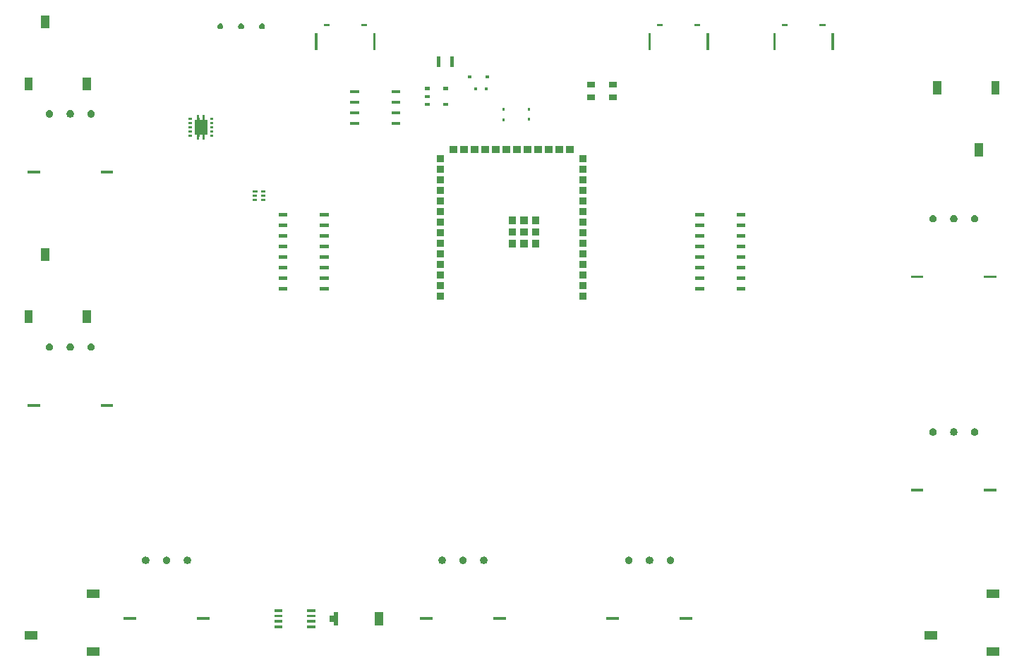
<source format=gbr>
%TF.GenerationSoftware,KiCad,Pcbnew,9.0.3*%
%TF.CreationDate,2025-08-10T03:43:02+02:00*%
%TF.ProjectId,Spikeling_v3.0,5370696b-656c-4696-9e67-5f76332e302e,rev?*%
%TF.SameCoordinates,Original*%
%TF.FileFunction,Other,User*%
%FSLAX46Y46*%
G04 Gerber Fmt 4.6, Leading zero omitted, Abs format (unit mm)*
G04 Created by KiCad (PCBNEW 9.0.3) date 2025-08-10 03:43:02*
%MOMM*%
%LPD*%
G01*
G04 APERTURE LIST*
%ADD10C,0.000000*%
G04 APERTURE END LIST*
D10*
%TO.C,U7*%
G36*
X130375000Y-73825000D02*
G01*
X129875000Y-73825000D01*
X129875000Y-73575000D01*
X130375000Y-73575000D01*
X130375000Y-73825000D01*
G37*
G36*
X130375000Y-73325000D02*
G01*
X129875000Y-73325000D01*
X129875000Y-73075000D01*
X130375000Y-73075000D01*
X130375000Y-73325000D01*
G37*
G36*
X130375000Y-72825000D02*
G01*
X129875000Y-72825000D01*
X129875000Y-72575000D01*
X130375000Y-72575000D01*
X130375000Y-72825000D01*
G37*
G36*
X129375000Y-73825000D02*
G01*
X128875000Y-73825000D01*
X128875000Y-73575000D01*
X129375000Y-73575000D01*
X129375000Y-73825000D01*
G37*
G36*
X129375000Y-73325000D02*
G01*
X128875000Y-73325000D01*
X128875000Y-73075000D01*
X129375000Y-73075000D01*
X129375000Y-73325000D01*
G37*
G36*
X129475000Y-72825000D02*
G01*
X128875000Y-72825000D01*
X128875000Y-72575000D01*
X129475000Y-72575000D01*
X129475000Y-72825000D01*
G37*
%TO.C,SW5*%
G36*
X130136618Y-52555209D02*
G01*
X130217328Y-52601807D01*
X130283227Y-52667706D01*
X130329825Y-52748416D01*
X130353946Y-52838436D01*
X130353946Y-52931632D01*
X130329825Y-53021652D01*
X130283227Y-53102362D01*
X130217328Y-53168261D01*
X130136618Y-53214859D01*
X130046598Y-53238980D01*
X129953402Y-53238980D01*
X129863382Y-53214859D01*
X129782672Y-53168261D01*
X129716773Y-53102362D01*
X129670175Y-53021652D01*
X129646054Y-52931632D01*
X129646054Y-52838436D01*
X129670175Y-52748416D01*
X129716773Y-52667706D01*
X129782672Y-52601807D01*
X129863382Y-52555209D01*
X129953402Y-52531088D01*
X130046598Y-52531088D01*
X130136618Y-52555209D01*
G37*
G36*
X127636618Y-52555209D02*
G01*
X127717328Y-52601807D01*
X127783227Y-52667706D01*
X127829825Y-52748416D01*
X127853946Y-52838436D01*
X127853946Y-52931632D01*
X127829825Y-53021652D01*
X127783227Y-53102362D01*
X127717328Y-53168261D01*
X127636618Y-53214859D01*
X127546598Y-53238980D01*
X127453402Y-53238980D01*
X127363382Y-53214859D01*
X127282672Y-53168261D01*
X127216773Y-53102362D01*
X127170175Y-53021652D01*
X127146054Y-52931632D01*
X127146054Y-52838436D01*
X127170175Y-52748416D01*
X127216773Y-52667706D01*
X127282672Y-52601807D01*
X127363382Y-52555209D01*
X127453402Y-52531088D01*
X127546598Y-52531088D01*
X127636618Y-52555209D01*
G37*
G36*
X125136618Y-52555209D02*
G01*
X125217328Y-52601807D01*
X125283227Y-52667706D01*
X125329825Y-52748416D01*
X125353946Y-52838436D01*
X125353946Y-52931632D01*
X125329825Y-53021652D01*
X125283227Y-53102362D01*
X125217328Y-53168261D01*
X125136618Y-53214859D01*
X125046598Y-53238980D01*
X124953402Y-53238980D01*
X124863382Y-53214859D01*
X124782672Y-53168261D01*
X124716773Y-53102362D01*
X124670175Y-53021652D01*
X124646054Y-52931632D01*
X124646054Y-52838436D01*
X124670175Y-52748416D01*
X124716773Y-52667706D01*
X124782672Y-52601807D01*
X124863382Y-52555209D01*
X124953402Y-52531088D01*
X125046598Y-52531088D01*
X125136618Y-52555209D01*
G37*
%TO.C,VR2*%
G36*
X150480000Y-124150000D02*
G01*
X148960000Y-124150000D01*
X148960000Y-123850000D01*
X150480000Y-123850000D01*
X150480000Y-124150000D01*
G37*
G36*
X159280000Y-124150000D02*
G01*
X157760000Y-124150000D01*
X157760000Y-123850000D01*
X159280000Y-123850000D01*
X159280000Y-124150000D01*
G37*
G36*
X151792208Y-116584254D02*
G01*
X151893943Y-116642991D01*
X151977009Y-116726057D01*
X152035746Y-116827792D01*
X152066150Y-116941263D01*
X152066150Y-117058737D01*
X152035746Y-117172208D01*
X151977009Y-117273943D01*
X151893943Y-117357009D01*
X151792208Y-117415746D01*
X151678737Y-117446150D01*
X151561263Y-117446150D01*
X151447792Y-117415746D01*
X151346057Y-117357009D01*
X151262991Y-117273943D01*
X151204254Y-117172208D01*
X151173850Y-117058737D01*
X151173850Y-116941263D01*
X151204254Y-116827792D01*
X151262991Y-116726057D01*
X151346057Y-116642991D01*
X151447792Y-116584254D01*
X151561263Y-116553850D01*
X151678737Y-116553850D01*
X151792208Y-116584254D01*
G37*
G36*
X154292208Y-116584254D02*
G01*
X154393943Y-116642991D01*
X154477009Y-116726057D01*
X154535746Y-116827792D01*
X154566150Y-116941263D01*
X154566150Y-117058737D01*
X154535746Y-117172208D01*
X154477009Y-117273943D01*
X154393943Y-117357009D01*
X154292208Y-117415746D01*
X154178737Y-117446150D01*
X154061263Y-117446150D01*
X153947792Y-117415746D01*
X153846057Y-117357009D01*
X153762991Y-117273943D01*
X153704254Y-117172208D01*
X153673850Y-117058737D01*
X153673850Y-116941263D01*
X153704254Y-116827792D01*
X153762991Y-116726057D01*
X153846057Y-116642991D01*
X153947792Y-116584254D01*
X154061263Y-116553850D01*
X154178737Y-116553850D01*
X154292208Y-116584254D01*
G37*
G36*
X156792208Y-116584254D02*
G01*
X156893943Y-116642991D01*
X156977009Y-116726057D01*
X157035746Y-116827792D01*
X157066150Y-116941263D01*
X157066150Y-117058737D01*
X157035746Y-117172208D01*
X156977009Y-117273943D01*
X156893943Y-117357009D01*
X156792208Y-117415746D01*
X156678737Y-117446150D01*
X156561263Y-117446150D01*
X156447792Y-117415746D01*
X156346057Y-117357009D01*
X156262991Y-117273943D01*
X156204254Y-117172208D01*
X156173850Y-117058737D01*
X156173850Y-116941263D01*
X156204254Y-116827792D01*
X156262991Y-116726057D01*
X156346057Y-116642991D01*
X156447792Y-116584254D01*
X156561263Y-116553850D01*
X156678737Y-116553850D01*
X156792208Y-116584254D01*
G37*
%TO.C,U3*%
G36*
X132700000Y-75770000D02*
G01*
X132000000Y-75770000D01*
X132000000Y-75340000D01*
X132700000Y-75340000D01*
X132700000Y-75770000D01*
G37*
G36*
X132700000Y-77040000D02*
G01*
X132000000Y-77040000D01*
X132000000Y-76610000D01*
X132700000Y-76610000D01*
X132700000Y-77040000D01*
G37*
G36*
X132700000Y-78310000D02*
G01*
X132000000Y-78310000D01*
X132000000Y-77880000D01*
X132700000Y-77880000D01*
X132700000Y-78310000D01*
G37*
G36*
X132700000Y-79580000D02*
G01*
X132000000Y-79580000D01*
X132000000Y-79150000D01*
X132700000Y-79150000D01*
X132700000Y-79580000D01*
G37*
G36*
X132700000Y-80850000D02*
G01*
X132000000Y-80850000D01*
X132000000Y-80420000D01*
X132700000Y-80420000D01*
X132700000Y-80850000D01*
G37*
G36*
X132700000Y-82120000D02*
G01*
X132000000Y-82120000D01*
X132000000Y-81690000D01*
X132700000Y-81690000D01*
X132700000Y-82120000D01*
G37*
G36*
X132700000Y-83390000D02*
G01*
X132000000Y-83390000D01*
X132000000Y-82960000D01*
X132700000Y-82960000D01*
X132700000Y-83390000D01*
G37*
G36*
X132700000Y-84660000D02*
G01*
X132000000Y-84660000D01*
X132000000Y-84230000D01*
X132700000Y-84230000D01*
X132700000Y-84660000D01*
G37*
G36*
X133060000Y-75770000D02*
G01*
X132690000Y-75770000D01*
X132690000Y-75340000D01*
X133060000Y-75340000D01*
X133060000Y-75770000D01*
G37*
G36*
X133060000Y-77040000D02*
G01*
X132690000Y-77040000D01*
X132690000Y-76610000D01*
X133060000Y-76610000D01*
X133060000Y-77040000D01*
G37*
G36*
X133060000Y-78310000D02*
G01*
X132690000Y-78310000D01*
X132690000Y-77880000D01*
X133060000Y-77880000D01*
X133060000Y-78310000D01*
G37*
G36*
X133060000Y-79580000D02*
G01*
X132690000Y-79580000D01*
X132690000Y-79150000D01*
X133060000Y-79150000D01*
X133060000Y-79580000D01*
G37*
G36*
X133060000Y-80850000D02*
G01*
X132690000Y-80850000D01*
X132690000Y-80420000D01*
X133060000Y-80420000D01*
X133060000Y-80850000D01*
G37*
G36*
X133060000Y-82120000D02*
G01*
X132690000Y-82120000D01*
X132690000Y-81690000D01*
X133060000Y-81690000D01*
X133060000Y-82120000D01*
G37*
G36*
X133060000Y-83390000D02*
G01*
X132690000Y-83390000D01*
X132690000Y-82960000D01*
X133060000Y-82960000D01*
X133060000Y-83390000D01*
G37*
G36*
X133060000Y-84660000D02*
G01*
X132690000Y-84660000D01*
X132690000Y-84230000D01*
X133060000Y-84230000D01*
X133060000Y-84660000D01*
G37*
G36*
X137310000Y-75770000D02*
G01*
X136940000Y-75770000D01*
X136940000Y-75340000D01*
X137310000Y-75340000D01*
X137310000Y-75770000D01*
G37*
G36*
X137310000Y-77040000D02*
G01*
X136940000Y-77040000D01*
X136940000Y-76610000D01*
X137310000Y-76610000D01*
X137310000Y-77040000D01*
G37*
G36*
X137310000Y-78310000D02*
G01*
X136940000Y-78310000D01*
X136940000Y-77880000D01*
X137310000Y-77880000D01*
X137310000Y-78310000D01*
G37*
G36*
X137310000Y-79580000D02*
G01*
X136940000Y-79580000D01*
X136940000Y-79150000D01*
X137310000Y-79150000D01*
X137310000Y-79580000D01*
G37*
G36*
X137310000Y-80850000D02*
G01*
X136940000Y-80850000D01*
X136940000Y-80420000D01*
X137310000Y-80420000D01*
X137310000Y-80850000D01*
G37*
G36*
X137310000Y-82120000D02*
G01*
X136940000Y-82120000D01*
X136940000Y-81690000D01*
X137310000Y-81690000D01*
X137310000Y-82120000D01*
G37*
G36*
X137310000Y-83390000D02*
G01*
X136940000Y-83390000D01*
X136940000Y-82960000D01*
X137310000Y-82960000D01*
X137310000Y-83390000D01*
G37*
G36*
X137310000Y-84660000D02*
G01*
X136940000Y-84660000D01*
X136940000Y-84230000D01*
X137310000Y-84230000D01*
X137310000Y-84660000D01*
G37*
G36*
X138000000Y-75770000D02*
G01*
X137300000Y-75770000D01*
X137300000Y-75340000D01*
X138000000Y-75340000D01*
X138000000Y-75770000D01*
G37*
G36*
X138000000Y-77040000D02*
G01*
X137300000Y-77040000D01*
X137300000Y-76610000D01*
X138000000Y-76610000D01*
X138000000Y-77040000D01*
G37*
G36*
X138000000Y-78310000D02*
G01*
X137300000Y-78310000D01*
X137300000Y-77880000D01*
X138000000Y-77880000D01*
X138000000Y-78310000D01*
G37*
G36*
X138000000Y-79580000D02*
G01*
X137300000Y-79580000D01*
X137300000Y-79150000D01*
X138000000Y-79150000D01*
X138000000Y-79580000D01*
G37*
G36*
X138000000Y-80850000D02*
G01*
X137300000Y-80850000D01*
X137300000Y-80420000D01*
X138000000Y-80420000D01*
X138000000Y-80850000D01*
G37*
G36*
X138000000Y-82120000D02*
G01*
X137300000Y-82120000D01*
X137300000Y-81690000D01*
X138000000Y-81690000D01*
X138000000Y-82120000D01*
G37*
G36*
X138000000Y-83390000D02*
G01*
X137300000Y-83390000D01*
X137300000Y-82960000D01*
X138000000Y-82960000D01*
X138000000Y-83390000D01*
G37*
G36*
X138000000Y-84660000D02*
G01*
X137300000Y-84660000D01*
X137300000Y-84230000D01*
X138000000Y-84230000D01*
X138000000Y-84660000D01*
G37*
%TO.C,J4*%
G36*
X102500000Y-88500000D02*
G01*
X101500000Y-88500000D01*
X101500000Y-86950000D01*
X102500000Y-86950000D01*
X102500000Y-88500000D01*
G37*
G36*
X104500000Y-81050000D02*
G01*
X103500000Y-81050000D01*
X103500000Y-79500000D01*
X104500000Y-79500000D01*
X104500000Y-81050000D01*
G37*
G36*
X109500000Y-88500000D02*
G01*
X108500000Y-88500000D01*
X108500000Y-86950000D01*
X109500000Y-86950000D01*
X109500000Y-88500000D01*
G37*
%TO.C,J5*%
G36*
X211050000Y-126500000D02*
G01*
X209500000Y-126500000D01*
X209500000Y-125500000D01*
X211050000Y-125500000D01*
X211050000Y-126500000D01*
G37*
G36*
X218500000Y-121500000D02*
G01*
X216950000Y-121500000D01*
X216950000Y-120500000D01*
X218500000Y-120500000D01*
X218500000Y-121500000D01*
G37*
G36*
X218500000Y-128500000D02*
G01*
X216950000Y-128500000D01*
X216950000Y-127500000D01*
X218500000Y-127500000D01*
X218500000Y-128500000D01*
G37*
%TO.C,U6*%
G36*
X149975000Y-60575000D02*
G01*
X149525000Y-60575000D01*
X149525000Y-60175000D01*
X149975000Y-60175000D01*
X149975000Y-60575000D01*
G37*
G36*
X149975000Y-61525000D02*
G01*
X149525000Y-61525000D01*
X149525000Y-61125000D01*
X149975000Y-61125000D01*
X149975000Y-61525000D01*
G37*
G36*
X149975000Y-62475000D02*
G01*
X149525000Y-62475000D01*
X149525000Y-62075000D01*
X149975000Y-62075000D01*
X149975000Y-62475000D01*
G37*
G36*
X150135000Y-60575000D02*
G01*
X149965000Y-60575000D01*
X149965000Y-60175000D01*
X150135000Y-60175000D01*
X150135000Y-60575000D01*
G37*
G36*
X150135000Y-61525000D02*
G01*
X149965000Y-61525000D01*
X149965000Y-61125000D01*
X150135000Y-61125000D01*
X150135000Y-61525000D01*
G37*
G36*
X150135000Y-62475000D02*
G01*
X149965000Y-62475000D01*
X149965000Y-62075000D01*
X150135000Y-62075000D01*
X150135000Y-62475000D01*
G37*
G36*
X151885000Y-60575000D02*
G01*
X151715000Y-60575000D01*
X151715000Y-60175000D01*
X151885000Y-60175000D01*
X151885000Y-60575000D01*
G37*
G36*
X151885000Y-62475000D02*
G01*
X151715000Y-62475000D01*
X151715000Y-62075000D01*
X151885000Y-62075000D01*
X151885000Y-62475000D01*
G37*
G36*
X152325000Y-60575000D02*
G01*
X151875000Y-60575000D01*
X151875000Y-60175000D01*
X152325000Y-60175000D01*
X152325000Y-60575000D01*
G37*
G36*
X152325000Y-62475000D02*
G01*
X151875000Y-62475000D01*
X151875000Y-62075000D01*
X152325000Y-62075000D01*
X152325000Y-62475000D01*
G37*
%TO.C,U1*%
G36*
X151800000Y-69250000D02*
G01*
X150950000Y-69250000D01*
X150950000Y-68350000D01*
X151800000Y-68350000D01*
X151800000Y-69250000D01*
G37*
G36*
X151800000Y-70520000D02*
G01*
X150950000Y-70520000D01*
X150950000Y-69620000D01*
X151800000Y-69620000D01*
X151800000Y-70520000D01*
G37*
G36*
X151800000Y-71790000D02*
G01*
X150950000Y-71790000D01*
X150950000Y-70890000D01*
X151800000Y-70890000D01*
X151800000Y-71790000D01*
G37*
G36*
X151800000Y-73060000D02*
G01*
X150950000Y-73060000D01*
X150950000Y-72160000D01*
X151800000Y-72160000D01*
X151800000Y-73060000D01*
G37*
G36*
X151800000Y-74330000D02*
G01*
X150950000Y-74330000D01*
X150950000Y-73430000D01*
X151800000Y-73430000D01*
X151800000Y-74330000D01*
G37*
G36*
X151800000Y-75600000D02*
G01*
X150950000Y-75600000D01*
X150950000Y-74700000D01*
X151800000Y-74700000D01*
X151800000Y-75600000D01*
G37*
G36*
X151800000Y-76870000D02*
G01*
X150950000Y-76870000D01*
X150950000Y-75970000D01*
X151800000Y-75970000D01*
X151800000Y-76870000D01*
G37*
G36*
X151800000Y-78140000D02*
G01*
X150950000Y-78140000D01*
X150950000Y-77240000D01*
X151800000Y-77240000D01*
X151800000Y-78140000D01*
G37*
G36*
X151800000Y-79410000D02*
G01*
X150950000Y-79410000D01*
X150950000Y-78510000D01*
X151800000Y-78510000D01*
X151800000Y-79410000D01*
G37*
G36*
X151800000Y-80680000D02*
G01*
X150950000Y-80680000D01*
X150950000Y-79780000D01*
X151800000Y-79780000D01*
X151800000Y-80680000D01*
G37*
G36*
X151800000Y-81950000D02*
G01*
X150950000Y-81950000D01*
X150950000Y-81050000D01*
X151800000Y-81050000D01*
X151800000Y-81950000D01*
G37*
G36*
X151800000Y-83220000D02*
G01*
X150950000Y-83220000D01*
X150950000Y-82320000D01*
X151800000Y-82320000D01*
X151800000Y-83220000D01*
G37*
G36*
X151800000Y-84490000D02*
G01*
X150950000Y-84490000D01*
X150950000Y-83590000D01*
X151800000Y-83590000D01*
X151800000Y-84490000D01*
G37*
G36*
X151800000Y-85760000D02*
G01*
X150950000Y-85760000D01*
X150950000Y-84860000D01*
X151800000Y-84860000D01*
X151800000Y-85760000D01*
G37*
G36*
X153415000Y-68150500D02*
G01*
X152515000Y-68150500D01*
X152515000Y-67301000D01*
X153415000Y-67301000D01*
X153415000Y-68150500D01*
G37*
G36*
X154685000Y-68150500D02*
G01*
X153785000Y-68150500D01*
X153785000Y-67301000D01*
X154685000Y-67301000D01*
X154685000Y-68150500D01*
G37*
G36*
X155955000Y-68150500D02*
G01*
X155055000Y-68150500D01*
X155055000Y-67301000D01*
X155955000Y-67301000D01*
X155955000Y-68150500D01*
G37*
G36*
X157225000Y-68150500D02*
G01*
X156325000Y-68150500D01*
X156325000Y-67301000D01*
X157225000Y-67301000D01*
X157225000Y-68150500D01*
G37*
G36*
X158495000Y-68150500D02*
G01*
X157595000Y-68150500D01*
X157595000Y-67301000D01*
X158495000Y-67301000D01*
X158495000Y-68150500D01*
G37*
G36*
X159765000Y-68150500D02*
G01*
X158865000Y-68150500D01*
X158865000Y-67301000D01*
X159765000Y-67301000D01*
X159765000Y-68150500D01*
G37*
G36*
X160499500Y-76640500D02*
G01*
X159599500Y-76640500D01*
X159599500Y-75740500D01*
X160499500Y-75740500D01*
X160499500Y-76640500D01*
G37*
G36*
X160499500Y-78040500D02*
G01*
X159599500Y-78040500D01*
X159599500Y-77140500D01*
X160499500Y-77140500D01*
X160499500Y-78040500D01*
G37*
G36*
X160499500Y-79440500D02*
G01*
X159599500Y-79440500D01*
X159599500Y-78540500D01*
X160499500Y-78540500D01*
X160499500Y-79440500D01*
G37*
G36*
X161035000Y-68150500D02*
G01*
X160135000Y-68150500D01*
X160135000Y-67301000D01*
X161035000Y-67301000D01*
X161035000Y-68150500D01*
G37*
G36*
X161899500Y-76640500D02*
G01*
X160999500Y-76640500D01*
X160999500Y-75740500D01*
X161899500Y-75740500D01*
X161899500Y-76640500D01*
G37*
G36*
X161899500Y-78040500D02*
G01*
X160999500Y-78040500D01*
X160999500Y-77140500D01*
X161899500Y-77140500D01*
X161899500Y-78040500D01*
G37*
G36*
X161899500Y-79440500D02*
G01*
X160999500Y-79440500D01*
X160999500Y-78540500D01*
X161899500Y-78540500D01*
X161899500Y-79440500D01*
G37*
G36*
X162305000Y-68150500D02*
G01*
X161405000Y-68150500D01*
X161405000Y-67301000D01*
X162305000Y-67301000D01*
X162305000Y-68150500D01*
G37*
G36*
X163299500Y-76640500D02*
G01*
X162399500Y-76640500D01*
X162399500Y-75740500D01*
X163299500Y-75740500D01*
X163299500Y-76640500D01*
G37*
G36*
X163299500Y-78040500D02*
G01*
X162399500Y-78040500D01*
X162399500Y-77140500D01*
X163299500Y-77140500D01*
X163299500Y-78040500D01*
G37*
G36*
X163299500Y-79440500D02*
G01*
X162399500Y-79440500D01*
X162399500Y-78540500D01*
X163299500Y-78540500D01*
X163299500Y-79440500D01*
G37*
G36*
X163575000Y-68150500D02*
G01*
X162675000Y-68150500D01*
X162675000Y-67301000D01*
X163575000Y-67301000D01*
X163575000Y-68150500D01*
G37*
G36*
X164845000Y-68150500D02*
G01*
X163945000Y-68150500D01*
X163945000Y-67301000D01*
X164845000Y-67301000D01*
X164845000Y-68150500D01*
G37*
G36*
X166115000Y-68150500D02*
G01*
X165215000Y-68150500D01*
X165215000Y-67301000D01*
X166115000Y-67301000D01*
X166115000Y-68150500D01*
G37*
G36*
X167385000Y-68150500D02*
G01*
X166485000Y-68150500D01*
X166485000Y-67301000D01*
X167385000Y-67301000D01*
X167385000Y-68150500D01*
G37*
G36*
X168950000Y-69250000D02*
G01*
X168100000Y-69250000D01*
X168100000Y-68350000D01*
X168950000Y-68350000D01*
X168950000Y-69250000D01*
G37*
G36*
X168950000Y-70520000D02*
G01*
X168100000Y-70520000D01*
X168100000Y-69620000D01*
X168950000Y-69620000D01*
X168950000Y-70520000D01*
G37*
G36*
X168950000Y-71790000D02*
G01*
X168100000Y-71790000D01*
X168100000Y-70890000D01*
X168950000Y-70890000D01*
X168950000Y-71790000D01*
G37*
G36*
X168950000Y-73060000D02*
G01*
X168100000Y-73060000D01*
X168100000Y-72160000D01*
X168950000Y-72160000D01*
X168950000Y-73060000D01*
G37*
G36*
X168950000Y-74330000D02*
G01*
X168100000Y-74330000D01*
X168100000Y-73430000D01*
X168950000Y-73430000D01*
X168950000Y-74330000D01*
G37*
G36*
X168950000Y-75600000D02*
G01*
X168100000Y-75600000D01*
X168100000Y-74700000D01*
X168950000Y-74700000D01*
X168950000Y-75600000D01*
G37*
G36*
X168950000Y-76870000D02*
G01*
X168100000Y-76870000D01*
X168100000Y-75970000D01*
X168950000Y-75970000D01*
X168950000Y-76870000D01*
G37*
G36*
X168950000Y-78140000D02*
G01*
X168100000Y-78140000D01*
X168100000Y-77240000D01*
X168950000Y-77240000D01*
X168950000Y-78140000D01*
G37*
G36*
X168950000Y-79410000D02*
G01*
X168100000Y-79410000D01*
X168100000Y-78510000D01*
X168950000Y-78510000D01*
X168950000Y-79410000D01*
G37*
G36*
X168950000Y-80680000D02*
G01*
X168100000Y-80680000D01*
X168100000Y-79780000D01*
X168950000Y-79780000D01*
X168950000Y-80680000D01*
G37*
G36*
X168950000Y-81950000D02*
G01*
X168100000Y-81950000D01*
X168100000Y-81050000D01*
X168950000Y-81050000D01*
X168950000Y-81950000D01*
G37*
G36*
X168950000Y-83220000D02*
G01*
X168100000Y-83220000D01*
X168100000Y-82320000D01*
X168950000Y-82320000D01*
X168950000Y-83220000D01*
G37*
G36*
X168950000Y-84490000D02*
G01*
X168100000Y-84490000D01*
X168100000Y-83590000D01*
X168950000Y-83590000D01*
X168950000Y-84490000D01*
G37*
G36*
X168950000Y-85760000D02*
G01*
X168100000Y-85760000D01*
X168100000Y-84860000D01*
X168950000Y-84860000D01*
X168950000Y-85760000D01*
G37*
%TO.C,VR1*%
G36*
X114910000Y-124150000D02*
G01*
X113390000Y-124150000D01*
X113390000Y-123850000D01*
X114910000Y-123850000D01*
X114910000Y-124150000D01*
G37*
G36*
X123710000Y-124150000D02*
G01*
X122190000Y-124150000D01*
X122190000Y-123850000D01*
X123710000Y-123850000D01*
X123710000Y-124150000D01*
G37*
G36*
X116222208Y-116584254D02*
G01*
X116323943Y-116642991D01*
X116407009Y-116726057D01*
X116465746Y-116827792D01*
X116496150Y-116941263D01*
X116496150Y-117058737D01*
X116465746Y-117172208D01*
X116407009Y-117273943D01*
X116323943Y-117357009D01*
X116222208Y-117415746D01*
X116108737Y-117446150D01*
X115991263Y-117446150D01*
X115877792Y-117415746D01*
X115776057Y-117357009D01*
X115692991Y-117273943D01*
X115634254Y-117172208D01*
X115603850Y-117058737D01*
X115603850Y-116941263D01*
X115634254Y-116827792D01*
X115692991Y-116726057D01*
X115776057Y-116642991D01*
X115877792Y-116584254D01*
X115991263Y-116553850D01*
X116108737Y-116553850D01*
X116222208Y-116584254D01*
G37*
G36*
X118722208Y-116584254D02*
G01*
X118823943Y-116642991D01*
X118907009Y-116726057D01*
X118965746Y-116827792D01*
X118996150Y-116941263D01*
X118996150Y-117058737D01*
X118965746Y-117172208D01*
X118907009Y-117273943D01*
X118823943Y-117357009D01*
X118722208Y-117415746D01*
X118608737Y-117446150D01*
X118491263Y-117446150D01*
X118377792Y-117415746D01*
X118276057Y-117357009D01*
X118192991Y-117273943D01*
X118134254Y-117172208D01*
X118103850Y-117058737D01*
X118103850Y-116941263D01*
X118134254Y-116827792D01*
X118192991Y-116726057D01*
X118276057Y-116642991D01*
X118377792Y-116584254D01*
X118491263Y-116553850D01*
X118608737Y-116553850D01*
X118722208Y-116584254D01*
G37*
G36*
X121222208Y-116584254D02*
G01*
X121323943Y-116642991D01*
X121407009Y-116726057D01*
X121465746Y-116827792D01*
X121496150Y-116941263D01*
X121496150Y-117058737D01*
X121465746Y-117172208D01*
X121407009Y-117273943D01*
X121323943Y-117357009D01*
X121222208Y-117415746D01*
X121108737Y-117446150D01*
X120991263Y-117446150D01*
X120877792Y-117415746D01*
X120776057Y-117357009D01*
X120692991Y-117273943D01*
X120634254Y-117172208D01*
X120603850Y-117058737D01*
X120603850Y-116941263D01*
X120634254Y-116827792D01*
X120692991Y-116726057D01*
X120776057Y-116642991D01*
X120877792Y-116584254D01*
X120991263Y-116553850D01*
X121108737Y-116553850D01*
X121222208Y-116584254D01*
G37*
%TO.C,D7*%
G36*
X169950000Y-60275000D02*
G01*
X169050000Y-60275000D01*
X169050000Y-59575000D01*
X169950000Y-59575000D01*
X169950000Y-60275000D01*
G37*
G36*
X169950000Y-61775000D02*
G01*
X169050000Y-61775000D01*
X169050000Y-61075000D01*
X169950000Y-61075000D01*
X169950000Y-61775000D01*
G37*
G36*
X172550000Y-60275000D02*
G01*
X171650000Y-60275000D01*
X171650000Y-59575000D01*
X172550000Y-59575000D01*
X172550000Y-60275000D01*
G37*
G36*
X172550000Y-61775000D02*
G01*
X171650000Y-61775000D01*
X171650000Y-61075000D01*
X172550000Y-61075000D01*
X172550000Y-61775000D01*
G37*
%TO.C,VR5*%
G36*
X209360000Y-108750000D02*
G01*
X207840000Y-108750000D01*
X207840000Y-108450000D01*
X209360000Y-108450000D01*
X209360000Y-108750000D01*
G37*
G36*
X218160000Y-108750000D02*
G01*
X216640000Y-108750000D01*
X216640000Y-108450000D01*
X218160000Y-108450000D01*
X218160000Y-108750000D01*
G37*
G36*
X210672208Y-101184254D02*
G01*
X210773943Y-101242991D01*
X210857009Y-101326057D01*
X210915746Y-101427792D01*
X210946150Y-101541263D01*
X210946150Y-101658737D01*
X210915746Y-101772208D01*
X210857009Y-101873943D01*
X210773943Y-101957009D01*
X210672208Y-102015746D01*
X210558737Y-102046150D01*
X210441263Y-102046150D01*
X210327792Y-102015746D01*
X210226057Y-101957009D01*
X210142991Y-101873943D01*
X210084254Y-101772208D01*
X210053850Y-101658737D01*
X210053850Y-101541263D01*
X210084254Y-101427792D01*
X210142991Y-101326057D01*
X210226057Y-101242991D01*
X210327792Y-101184254D01*
X210441263Y-101153850D01*
X210558737Y-101153850D01*
X210672208Y-101184254D01*
G37*
G36*
X213172208Y-101184254D02*
G01*
X213273943Y-101242991D01*
X213357009Y-101326057D01*
X213415746Y-101427792D01*
X213446150Y-101541263D01*
X213446150Y-101658737D01*
X213415746Y-101772208D01*
X213357009Y-101873943D01*
X213273943Y-101957009D01*
X213172208Y-102015746D01*
X213058737Y-102046150D01*
X212941263Y-102046150D01*
X212827792Y-102015746D01*
X212726057Y-101957009D01*
X212642991Y-101873943D01*
X212584254Y-101772208D01*
X212553850Y-101658737D01*
X212553850Y-101541263D01*
X212584254Y-101427792D01*
X212642991Y-101326057D01*
X212726057Y-101242991D01*
X212827792Y-101184254D01*
X212941263Y-101153850D01*
X213058737Y-101153850D01*
X213172208Y-101184254D01*
G37*
G36*
X215672208Y-101184254D02*
G01*
X215773943Y-101242991D01*
X215857009Y-101326057D01*
X215915746Y-101427792D01*
X215946150Y-101541263D01*
X215946150Y-101658737D01*
X215915746Y-101772208D01*
X215857009Y-101873943D01*
X215773943Y-101957009D01*
X215672208Y-102015746D01*
X215558737Y-102046150D01*
X215441263Y-102046150D01*
X215327792Y-102015746D01*
X215226057Y-101957009D01*
X215142991Y-101873943D01*
X215084254Y-101772208D01*
X215053850Y-101658737D01*
X215053850Y-101541263D01*
X215084254Y-101427792D01*
X215142991Y-101326057D01*
X215226057Y-101242991D01*
X215327792Y-101184254D01*
X215441263Y-101153850D01*
X215558737Y-101153850D01*
X215672208Y-101184254D01*
G37*
%TO.C,Q2*%
G36*
X141435000Y-60950000D02*
G01*
X140600000Y-60950000D01*
X140600000Y-60540000D01*
X141435000Y-60540000D01*
X141435000Y-60950000D01*
G37*
G36*
X141435000Y-62220000D02*
G01*
X140600000Y-62220000D01*
X140600000Y-61810000D01*
X141435000Y-61810000D01*
X141435000Y-62220000D01*
G37*
G36*
X141435000Y-63490000D02*
G01*
X140600000Y-63490000D01*
X140600000Y-63080000D01*
X141435000Y-63080000D01*
X141435000Y-63490000D01*
G37*
G36*
X141435000Y-64760000D02*
G01*
X140600000Y-64760000D01*
X140600000Y-64350000D01*
X141435000Y-64350000D01*
X141435000Y-64760000D01*
G37*
G36*
X141660000Y-60950000D02*
G01*
X141425000Y-60950000D01*
X141425000Y-60540000D01*
X141660000Y-60540000D01*
X141660000Y-60950000D01*
G37*
G36*
X141660000Y-62220000D02*
G01*
X141425000Y-62220000D01*
X141425000Y-61810000D01*
X141660000Y-61810000D01*
X141660000Y-62220000D01*
G37*
G36*
X141660000Y-63490000D02*
G01*
X141425000Y-63490000D01*
X141425000Y-63080000D01*
X141660000Y-63080000D01*
X141660000Y-63490000D01*
G37*
G36*
X141660000Y-64760000D02*
G01*
X141425000Y-64760000D01*
X141425000Y-64350000D01*
X141660000Y-64350000D01*
X141660000Y-64760000D01*
G37*
G36*
X145775000Y-60950000D02*
G01*
X145540000Y-60950000D01*
X145540000Y-60540000D01*
X145775000Y-60540000D01*
X145775000Y-60950000D01*
G37*
G36*
X145775000Y-62220000D02*
G01*
X145540000Y-62220000D01*
X145540000Y-61810000D01*
X145775000Y-61810000D01*
X145775000Y-62220000D01*
G37*
G36*
X145775000Y-63490000D02*
G01*
X145540000Y-63490000D01*
X145540000Y-63080000D01*
X145775000Y-63080000D01*
X145775000Y-63490000D01*
G37*
G36*
X145775000Y-64760000D02*
G01*
X145540000Y-64760000D01*
X145540000Y-64350000D01*
X145775000Y-64350000D01*
X145775000Y-64760000D01*
G37*
G36*
X146600000Y-60950000D02*
G01*
X145765000Y-60950000D01*
X145765000Y-60540000D01*
X146600000Y-60540000D01*
X146600000Y-60950000D01*
G37*
G36*
X146600000Y-62220000D02*
G01*
X145765000Y-62220000D01*
X145765000Y-61810000D01*
X146600000Y-61810000D01*
X146600000Y-62220000D01*
G37*
G36*
X146600000Y-63490000D02*
G01*
X145765000Y-63490000D01*
X145765000Y-63080000D01*
X146600000Y-63080000D01*
X146600000Y-63490000D01*
G37*
G36*
X146600000Y-64760000D02*
G01*
X145765000Y-64760000D01*
X145765000Y-64350000D01*
X146600000Y-64350000D01*
X146600000Y-64760000D01*
G37*
%TO.C,U5*%
G36*
X132050000Y-123207500D02*
G01*
X131500000Y-123207500D01*
X131500000Y-122892500D01*
X132050000Y-122892500D01*
X132050000Y-123207500D01*
G37*
G36*
X132050000Y-123857500D02*
G01*
X131500000Y-123857500D01*
X131500000Y-123542500D01*
X132050000Y-123542500D01*
X132050000Y-123857500D01*
G37*
G36*
X132050000Y-124507500D02*
G01*
X131500000Y-124507500D01*
X131500000Y-124192500D01*
X132050000Y-124192500D01*
X132050000Y-124507500D01*
G37*
G36*
X132050000Y-125157500D02*
G01*
X131500000Y-125157500D01*
X131500000Y-124842500D01*
X132050000Y-124842500D01*
X132050000Y-125157500D01*
G37*
G36*
X132460000Y-123207500D02*
G01*
X132040000Y-123207500D01*
X132040000Y-122892500D01*
X132460000Y-122892500D01*
X132460000Y-123207500D01*
G37*
G36*
X132460000Y-123857500D02*
G01*
X132040000Y-123857500D01*
X132040000Y-123542500D01*
X132460000Y-123542500D01*
X132460000Y-123857500D01*
G37*
G36*
X132460000Y-124507500D02*
G01*
X132040000Y-124507500D01*
X132040000Y-124192500D01*
X132460000Y-124192500D01*
X132460000Y-124507500D01*
G37*
G36*
X132460000Y-125157500D02*
G01*
X132040000Y-125157500D01*
X132040000Y-124842500D01*
X132460000Y-124842500D01*
X132460000Y-125157500D01*
G37*
G36*
X135860000Y-123207500D02*
G01*
X135440000Y-123207500D01*
X135440000Y-122892500D01*
X135860000Y-122892500D01*
X135860000Y-123207500D01*
G37*
G36*
X135860000Y-123857500D02*
G01*
X135440000Y-123857500D01*
X135440000Y-123542500D01*
X135860000Y-123542500D01*
X135860000Y-123857500D01*
G37*
G36*
X135860000Y-124507500D02*
G01*
X135440000Y-124507500D01*
X135440000Y-124192500D01*
X135860000Y-124192500D01*
X135860000Y-124507500D01*
G37*
G36*
X135860000Y-125157500D02*
G01*
X135440000Y-125157500D01*
X135440000Y-124842500D01*
X135860000Y-124842500D01*
X135860000Y-125157500D01*
G37*
G36*
X136400000Y-123207500D02*
G01*
X135850000Y-123207500D01*
X135850000Y-122892500D01*
X136400000Y-122892500D01*
X136400000Y-123207500D01*
G37*
G36*
X136400000Y-123857500D02*
G01*
X135850000Y-123857500D01*
X135850000Y-123542500D01*
X136400000Y-123542500D01*
X136400000Y-123857500D01*
G37*
G36*
X136400000Y-124507500D02*
G01*
X135850000Y-124507500D01*
X135850000Y-124192500D01*
X136400000Y-124192500D01*
X136400000Y-124507500D01*
G37*
G36*
X136400000Y-125157500D02*
G01*
X135850000Y-125157500D01*
X135850000Y-124842500D01*
X136400000Y-124842500D01*
X136400000Y-125157500D01*
G37*
%TO.C,J6*%
G36*
X211500000Y-61050000D02*
G01*
X210500000Y-61050000D01*
X210500000Y-59500000D01*
X211500000Y-59500000D01*
X211500000Y-61050000D01*
G37*
G36*
X216500000Y-68500000D02*
G01*
X215500000Y-68500000D01*
X215500000Y-66950000D01*
X216500000Y-66950000D01*
X216500000Y-68500000D01*
G37*
G36*
X218500000Y-61050000D02*
G01*
X217500000Y-61050000D01*
X217500000Y-59500000D01*
X218500000Y-59500000D01*
X218500000Y-61050000D01*
G37*
%TO.C,J3*%
G36*
X102500000Y-60600000D02*
G01*
X101500000Y-60600000D01*
X101500000Y-59050000D01*
X102500000Y-59050000D01*
X102500000Y-60600000D01*
G37*
G36*
X104500000Y-53150000D02*
G01*
X103500000Y-53150000D01*
X103500000Y-51600000D01*
X104500000Y-51600000D01*
X104500000Y-53150000D01*
G37*
G36*
X109500000Y-60600000D02*
G01*
X108500000Y-60600000D01*
X108500000Y-59050000D01*
X109500000Y-59050000D01*
X109500000Y-60600000D01*
G37*
%TO.C,SW3*%
G36*
X176650000Y-55750000D02*
G01*
X176350000Y-55750000D01*
X176350000Y-53740000D01*
X176650000Y-53740000D01*
X176650000Y-55750000D01*
G37*
G36*
X176650000Y-55750000D02*
G01*
X176350000Y-55750000D01*
X176350000Y-54750000D01*
X176650000Y-54750000D01*
X176650000Y-55750000D01*
G37*
G36*
X178100000Y-52875000D02*
G01*
X177400000Y-52875000D01*
X177400000Y-52625000D01*
X178100000Y-52625000D01*
X178100000Y-52875000D01*
G37*
G36*
X182600000Y-52875000D02*
G01*
X181900000Y-52875000D01*
X181900000Y-52625000D01*
X182600000Y-52625000D01*
X182600000Y-52875000D01*
G37*
G36*
X183650000Y-55750000D02*
G01*
X183350000Y-55750000D01*
X183350000Y-53740000D01*
X183650000Y-53740000D01*
X183650000Y-55750000D01*
G37*
G36*
X183650000Y-55750000D02*
G01*
X183350000Y-55750000D01*
X183350000Y-54750000D01*
X183650000Y-54750000D01*
X183650000Y-55750000D01*
G37*
%TO.C,SW2*%
G36*
X136650000Y-55750000D02*
G01*
X136350000Y-55750000D01*
X136350000Y-53740000D01*
X136650000Y-53740000D01*
X136650000Y-55750000D01*
G37*
G36*
X136650000Y-55750000D02*
G01*
X136350000Y-55750000D01*
X136350000Y-54750000D01*
X136650000Y-54750000D01*
X136650000Y-55750000D01*
G37*
G36*
X138100000Y-52875000D02*
G01*
X137400000Y-52875000D01*
X137400000Y-52625000D01*
X138100000Y-52625000D01*
X138100000Y-52875000D01*
G37*
G36*
X142600000Y-52875000D02*
G01*
X141900000Y-52875000D01*
X141900000Y-52625000D01*
X142600000Y-52625000D01*
X142600000Y-52875000D01*
G37*
G36*
X143650000Y-55750000D02*
G01*
X143350000Y-55750000D01*
X143350000Y-53740000D01*
X143650000Y-53740000D01*
X143650000Y-55750000D01*
G37*
G36*
X143650000Y-55750000D02*
G01*
X143350000Y-55750000D01*
X143350000Y-54750000D01*
X143650000Y-54750000D01*
X143650000Y-55750000D01*
G37*
%TO.C,D2*%
G36*
X159147500Y-64275000D02*
G01*
X158847500Y-64275000D01*
X158847500Y-63938000D01*
X159147500Y-63938000D01*
X159147500Y-64275000D01*
G37*
G36*
X159150000Y-63012000D02*
G01*
X158850000Y-63012000D01*
X158850000Y-62675000D01*
X159150000Y-62675000D01*
X159150000Y-63012000D01*
G37*
%TO.C,D6*%
G36*
X138650000Y-124425000D02*
G01*
X138150000Y-124425000D01*
X138150000Y-123625000D01*
X138650000Y-123625000D01*
X138650000Y-124425000D01*
G37*
G36*
X139160000Y-124825000D02*
G01*
X138640000Y-124825000D01*
X138640000Y-123225000D01*
X139160000Y-123225000D01*
X139160000Y-124825000D01*
G37*
G36*
X144060000Y-124825000D02*
G01*
X143540000Y-124825000D01*
X143540000Y-123225000D01*
X144060000Y-123225000D01*
X144060000Y-124825000D01*
G37*
G36*
X144550000Y-124825000D02*
G01*
X144050000Y-124825000D01*
X144050000Y-123225000D01*
X144550000Y-123225000D01*
X144550000Y-124825000D01*
G37*
%TO.C,D4*%
G36*
X155787000Y-60550000D02*
G01*
X155450000Y-60550000D01*
X155450000Y-60250000D01*
X155787000Y-60250000D01*
X155787000Y-60550000D01*
G37*
G36*
X157050000Y-60552500D02*
G01*
X156713000Y-60552500D01*
X156713000Y-60252500D01*
X157050000Y-60252500D01*
X157050000Y-60552500D01*
G37*
%TO.C,VR6*%
G36*
X103360000Y-70550000D02*
G01*
X101840000Y-70550000D01*
X101840000Y-70250000D01*
X103360000Y-70250000D01*
X103360000Y-70550000D01*
G37*
G36*
X112160000Y-70550000D02*
G01*
X110640000Y-70550000D01*
X110640000Y-70250000D01*
X112160000Y-70250000D01*
X112160000Y-70550000D01*
G37*
G36*
X104672208Y-62984254D02*
G01*
X104773943Y-63042991D01*
X104857009Y-63126057D01*
X104915746Y-63227792D01*
X104946150Y-63341263D01*
X104946150Y-63458737D01*
X104915746Y-63572208D01*
X104857009Y-63673943D01*
X104773943Y-63757009D01*
X104672208Y-63815746D01*
X104558737Y-63846150D01*
X104441263Y-63846150D01*
X104327792Y-63815746D01*
X104226057Y-63757009D01*
X104142991Y-63673943D01*
X104084254Y-63572208D01*
X104053850Y-63458737D01*
X104053850Y-63341263D01*
X104084254Y-63227792D01*
X104142991Y-63126057D01*
X104226057Y-63042991D01*
X104327792Y-62984254D01*
X104441263Y-62953850D01*
X104558737Y-62953850D01*
X104672208Y-62984254D01*
G37*
G36*
X107172208Y-62984254D02*
G01*
X107273943Y-63042991D01*
X107357009Y-63126057D01*
X107415746Y-63227792D01*
X107446150Y-63341263D01*
X107446150Y-63458737D01*
X107415746Y-63572208D01*
X107357009Y-63673943D01*
X107273943Y-63757009D01*
X107172208Y-63815746D01*
X107058737Y-63846150D01*
X106941263Y-63846150D01*
X106827792Y-63815746D01*
X106726057Y-63757009D01*
X106642991Y-63673943D01*
X106584254Y-63572208D01*
X106553850Y-63458737D01*
X106553850Y-63341263D01*
X106584254Y-63227792D01*
X106642991Y-63126057D01*
X106726057Y-63042991D01*
X106827792Y-62984254D01*
X106941263Y-62953850D01*
X107058737Y-62953850D01*
X107172208Y-62984254D01*
G37*
G36*
X109672208Y-62984254D02*
G01*
X109773943Y-63042991D01*
X109857009Y-63126057D01*
X109915746Y-63227792D01*
X109946150Y-63341263D01*
X109946150Y-63458737D01*
X109915746Y-63572208D01*
X109857009Y-63673943D01*
X109773943Y-63757009D01*
X109672208Y-63815746D01*
X109558737Y-63846150D01*
X109441263Y-63846150D01*
X109327792Y-63815746D01*
X109226057Y-63757009D01*
X109142991Y-63673943D01*
X109084254Y-63572208D01*
X109053850Y-63458737D01*
X109053850Y-63341263D01*
X109084254Y-63227792D01*
X109142991Y-63126057D01*
X109226057Y-63042991D01*
X109327792Y-62984254D01*
X109441263Y-62953850D01*
X109558737Y-62953850D01*
X109672208Y-62984254D01*
G37*
%TO.C,VR4*%
G36*
X209360000Y-83122000D02*
G01*
X207840000Y-83122000D01*
X207840000Y-82822000D01*
X209360000Y-82822000D01*
X209360000Y-83122000D01*
G37*
G36*
X218160000Y-83122000D02*
G01*
X216640000Y-83122000D01*
X216640000Y-82822000D01*
X218160000Y-82822000D01*
X218160000Y-83122000D01*
G37*
G36*
X210672208Y-75556254D02*
G01*
X210773943Y-75614991D01*
X210857009Y-75698057D01*
X210915746Y-75799792D01*
X210946150Y-75913263D01*
X210946150Y-76030737D01*
X210915746Y-76144208D01*
X210857009Y-76245943D01*
X210773943Y-76329009D01*
X210672208Y-76387746D01*
X210558737Y-76418150D01*
X210441263Y-76418150D01*
X210327792Y-76387746D01*
X210226057Y-76329009D01*
X210142991Y-76245943D01*
X210084254Y-76144208D01*
X210053850Y-76030737D01*
X210053850Y-75913263D01*
X210084254Y-75799792D01*
X210142991Y-75698057D01*
X210226057Y-75614991D01*
X210327792Y-75556254D01*
X210441263Y-75525850D01*
X210558737Y-75525850D01*
X210672208Y-75556254D01*
G37*
G36*
X213172208Y-75556254D02*
G01*
X213273943Y-75614991D01*
X213357009Y-75698057D01*
X213415746Y-75799792D01*
X213446150Y-75913263D01*
X213446150Y-76030737D01*
X213415746Y-76144208D01*
X213357009Y-76245943D01*
X213273943Y-76329009D01*
X213172208Y-76387746D01*
X213058737Y-76418150D01*
X212941263Y-76418150D01*
X212827792Y-76387746D01*
X212726057Y-76329009D01*
X212642991Y-76245943D01*
X212584254Y-76144208D01*
X212553850Y-76030737D01*
X212553850Y-75913263D01*
X212584254Y-75799792D01*
X212642991Y-75698057D01*
X212726057Y-75614991D01*
X212827792Y-75556254D01*
X212941263Y-75525850D01*
X213058737Y-75525850D01*
X213172208Y-75556254D01*
G37*
G36*
X215672208Y-75556254D02*
G01*
X215773943Y-75614991D01*
X215857009Y-75698057D01*
X215915746Y-75799792D01*
X215946150Y-75913263D01*
X215946150Y-76030737D01*
X215915746Y-76144208D01*
X215857009Y-76245943D01*
X215773943Y-76329009D01*
X215672208Y-76387746D01*
X215558737Y-76418150D01*
X215441263Y-76418150D01*
X215327792Y-76387746D01*
X215226057Y-76329009D01*
X215142991Y-76245943D01*
X215084254Y-76144208D01*
X215053850Y-76030737D01*
X215053850Y-75913263D01*
X215084254Y-75799792D01*
X215142991Y-75698057D01*
X215226057Y-75614991D01*
X215327792Y-75556254D01*
X215441263Y-75525850D01*
X215558737Y-75525850D01*
X215672208Y-75556254D01*
G37*
%TO.C,L1*%
G36*
X151384000Y-57787500D02*
G01*
X150984000Y-57787500D01*
X150984000Y-56512500D01*
X151384000Y-56512500D01*
X151384000Y-57787500D01*
G37*
G36*
X152984000Y-57787500D02*
G01*
X152584000Y-57787500D01*
X152584000Y-56512500D01*
X152984000Y-56512500D01*
X152984000Y-57787500D01*
G37*
%TO.C,U4*%
G36*
X182700000Y-75770000D02*
G01*
X182000000Y-75770000D01*
X182000000Y-75340000D01*
X182700000Y-75340000D01*
X182700000Y-75770000D01*
G37*
G36*
X182700000Y-77040000D02*
G01*
X182000000Y-77040000D01*
X182000000Y-76610000D01*
X182700000Y-76610000D01*
X182700000Y-77040000D01*
G37*
G36*
X182700000Y-78310000D02*
G01*
X182000000Y-78310000D01*
X182000000Y-77880000D01*
X182700000Y-77880000D01*
X182700000Y-78310000D01*
G37*
G36*
X182700000Y-79580000D02*
G01*
X182000000Y-79580000D01*
X182000000Y-79150000D01*
X182700000Y-79150000D01*
X182700000Y-79580000D01*
G37*
G36*
X182700000Y-80850000D02*
G01*
X182000000Y-80850000D01*
X182000000Y-80420000D01*
X182700000Y-80420000D01*
X182700000Y-80850000D01*
G37*
G36*
X182700000Y-82120000D02*
G01*
X182000000Y-82120000D01*
X182000000Y-81690000D01*
X182700000Y-81690000D01*
X182700000Y-82120000D01*
G37*
G36*
X182700000Y-83390000D02*
G01*
X182000000Y-83390000D01*
X182000000Y-82960000D01*
X182700000Y-82960000D01*
X182700000Y-83390000D01*
G37*
G36*
X182700000Y-84660000D02*
G01*
X182000000Y-84660000D01*
X182000000Y-84230000D01*
X182700000Y-84230000D01*
X182700000Y-84660000D01*
G37*
G36*
X183060000Y-75770000D02*
G01*
X182690000Y-75770000D01*
X182690000Y-75340000D01*
X183060000Y-75340000D01*
X183060000Y-75770000D01*
G37*
G36*
X183060000Y-77040000D02*
G01*
X182690000Y-77040000D01*
X182690000Y-76610000D01*
X183060000Y-76610000D01*
X183060000Y-77040000D01*
G37*
G36*
X183060000Y-78310000D02*
G01*
X182690000Y-78310000D01*
X182690000Y-77880000D01*
X183060000Y-77880000D01*
X183060000Y-78310000D01*
G37*
G36*
X183060000Y-79580000D02*
G01*
X182690000Y-79580000D01*
X182690000Y-79150000D01*
X183060000Y-79150000D01*
X183060000Y-79580000D01*
G37*
G36*
X183060000Y-80850000D02*
G01*
X182690000Y-80850000D01*
X182690000Y-80420000D01*
X183060000Y-80420000D01*
X183060000Y-80850000D01*
G37*
G36*
X183060000Y-82120000D02*
G01*
X182690000Y-82120000D01*
X182690000Y-81690000D01*
X183060000Y-81690000D01*
X183060000Y-82120000D01*
G37*
G36*
X183060000Y-83390000D02*
G01*
X182690000Y-83390000D01*
X182690000Y-82960000D01*
X183060000Y-82960000D01*
X183060000Y-83390000D01*
G37*
G36*
X183060000Y-84660000D02*
G01*
X182690000Y-84660000D01*
X182690000Y-84230000D01*
X183060000Y-84230000D01*
X183060000Y-84660000D01*
G37*
G36*
X187310000Y-75770000D02*
G01*
X186940000Y-75770000D01*
X186940000Y-75340000D01*
X187310000Y-75340000D01*
X187310000Y-75770000D01*
G37*
G36*
X187310000Y-77040000D02*
G01*
X186940000Y-77040000D01*
X186940000Y-76610000D01*
X187310000Y-76610000D01*
X187310000Y-77040000D01*
G37*
G36*
X187310000Y-78310000D02*
G01*
X186940000Y-78310000D01*
X186940000Y-77880000D01*
X187310000Y-77880000D01*
X187310000Y-78310000D01*
G37*
G36*
X187310000Y-79580000D02*
G01*
X186940000Y-79580000D01*
X186940000Y-79150000D01*
X187310000Y-79150000D01*
X187310000Y-79580000D01*
G37*
G36*
X187310000Y-80850000D02*
G01*
X186940000Y-80850000D01*
X186940000Y-80420000D01*
X187310000Y-80420000D01*
X187310000Y-80850000D01*
G37*
G36*
X187310000Y-82120000D02*
G01*
X186940000Y-82120000D01*
X186940000Y-81690000D01*
X187310000Y-81690000D01*
X187310000Y-82120000D01*
G37*
G36*
X187310000Y-83390000D02*
G01*
X186940000Y-83390000D01*
X186940000Y-82960000D01*
X187310000Y-82960000D01*
X187310000Y-83390000D01*
G37*
G36*
X187310000Y-84660000D02*
G01*
X186940000Y-84660000D01*
X186940000Y-84230000D01*
X187310000Y-84230000D01*
X187310000Y-84660000D01*
G37*
G36*
X188000000Y-75770000D02*
G01*
X187300000Y-75770000D01*
X187300000Y-75340000D01*
X188000000Y-75340000D01*
X188000000Y-75770000D01*
G37*
G36*
X188000000Y-77040000D02*
G01*
X187300000Y-77040000D01*
X187300000Y-76610000D01*
X188000000Y-76610000D01*
X188000000Y-77040000D01*
G37*
G36*
X188000000Y-78310000D02*
G01*
X187300000Y-78310000D01*
X187300000Y-77880000D01*
X188000000Y-77880000D01*
X188000000Y-78310000D01*
G37*
G36*
X188000000Y-79580000D02*
G01*
X187300000Y-79580000D01*
X187300000Y-79150000D01*
X188000000Y-79150000D01*
X188000000Y-79580000D01*
G37*
G36*
X188000000Y-80850000D02*
G01*
X187300000Y-80850000D01*
X187300000Y-80420000D01*
X188000000Y-80420000D01*
X188000000Y-80850000D01*
G37*
G36*
X188000000Y-82120000D02*
G01*
X187300000Y-82120000D01*
X187300000Y-81690000D01*
X188000000Y-81690000D01*
X188000000Y-82120000D01*
G37*
G36*
X188000000Y-83390000D02*
G01*
X187300000Y-83390000D01*
X187300000Y-82960000D01*
X188000000Y-82960000D01*
X188000000Y-83390000D01*
G37*
G36*
X188000000Y-84660000D02*
G01*
X187300000Y-84660000D01*
X187300000Y-84230000D01*
X188000000Y-84230000D01*
X188000000Y-84660000D01*
G37*
%TO.C,VR3*%
G36*
X172860000Y-124150000D02*
G01*
X171340000Y-124150000D01*
X171340000Y-123850000D01*
X172860000Y-123850000D01*
X172860000Y-124150000D01*
G37*
G36*
X181660000Y-124150000D02*
G01*
X180140000Y-124150000D01*
X180140000Y-123850000D01*
X181660000Y-123850000D01*
X181660000Y-124150000D01*
G37*
G36*
X174172208Y-116584254D02*
G01*
X174273943Y-116642991D01*
X174357009Y-116726057D01*
X174415746Y-116827792D01*
X174446150Y-116941263D01*
X174446150Y-117058737D01*
X174415746Y-117172208D01*
X174357009Y-117273943D01*
X174273943Y-117357009D01*
X174172208Y-117415746D01*
X174058737Y-117446150D01*
X173941263Y-117446150D01*
X173827792Y-117415746D01*
X173726057Y-117357009D01*
X173642991Y-117273943D01*
X173584254Y-117172208D01*
X173553850Y-117058737D01*
X173553850Y-116941263D01*
X173584254Y-116827792D01*
X173642991Y-116726057D01*
X173726057Y-116642991D01*
X173827792Y-116584254D01*
X173941263Y-116553850D01*
X174058737Y-116553850D01*
X174172208Y-116584254D01*
G37*
G36*
X176672208Y-116584254D02*
G01*
X176773943Y-116642991D01*
X176857009Y-116726057D01*
X176915746Y-116827792D01*
X176946150Y-116941263D01*
X176946150Y-117058737D01*
X176915746Y-117172208D01*
X176857009Y-117273943D01*
X176773943Y-117357009D01*
X176672208Y-117415746D01*
X176558737Y-117446150D01*
X176441263Y-117446150D01*
X176327792Y-117415746D01*
X176226057Y-117357009D01*
X176142991Y-117273943D01*
X176084254Y-117172208D01*
X176053850Y-117058737D01*
X176053850Y-116941263D01*
X176084254Y-116827792D01*
X176142991Y-116726057D01*
X176226057Y-116642991D01*
X176327792Y-116584254D01*
X176441263Y-116553850D01*
X176558737Y-116553850D01*
X176672208Y-116584254D01*
G37*
G36*
X179172208Y-116584254D02*
G01*
X179273943Y-116642991D01*
X179357009Y-116726057D01*
X179415746Y-116827792D01*
X179446150Y-116941263D01*
X179446150Y-117058737D01*
X179415746Y-117172208D01*
X179357009Y-117273943D01*
X179273943Y-117357009D01*
X179172208Y-117415746D01*
X179058737Y-117446150D01*
X178941263Y-117446150D01*
X178827792Y-117415746D01*
X178726057Y-117357009D01*
X178642991Y-117273943D01*
X178584254Y-117172208D01*
X178553850Y-117058737D01*
X178553850Y-116941263D01*
X178584254Y-116827792D01*
X178642991Y-116726057D01*
X178726057Y-116642991D01*
X178827792Y-116584254D01*
X178941263Y-116553850D01*
X179058737Y-116553850D01*
X179172208Y-116584254D01*
G37*
%TO.C,SW4*%
G36*
X191650000Y-55750000D02*
G01*
X191350000Y-55750000D01*
X191350000Y-53740000D01*
X191650000Y-53740000D01*
X191650000Y-55750000D01*
G37*
G36*
X191650000Y-55750000D02*
G01*
X191350000Y-55750000D01*
X191350000Y-54750000D01*
X191650000Y-54750000D01*
X191650000Y-55750000D01*
G37*
G36*
X193100000Y-52875000D02*
G01*
X192400000Y-52875000D01*
X192400000Y-52625000D01*
X193100000Y-52625000D01*
X193100000Y-52875000D01*
G37*
G36*
X197600000Y-52875000D02*
G01*
X196900000Y-52875000D01*
X196900000Y-52625000D01*
X197600000Y-52625000D01*
X197600000Y-52875000D01*
G37*
G36*
X198650000Y-55750000D02*
G01*
X198350000Y-55750000D01*
X198350000Y-53740000D01*
X198650000Y-53740000D01*
X198650000Y-55750000D01*
G37*
G36*
X198650000Y-55750000D02*
G01*
X198350000Y-55750000D01*
X198350000Y-54750000D01*
X198650000Y-54750000D01*
X198650000Y-55750000D01*
G37*
%TO.C,U8*%
G36*
X121600000Y-64120000D02*
G01*
X121200000Y-64120000D01*
X121200000Y-63880000D01*
X121600000Y-63880000D01*
X121600000Y-64120000D01*
G37*
G36*
X121600000Y-64620000D02*
G01*
X121200000Y-64620000D01*
X121200000Y-64380000D01*
X121600000Y-64380000D01*
X121600000Y-64620000D01*
G37*
G36*
X121600000Y-65120000D02*
G01*
X121200000Y-65120000D01*
X121200000Y-64880000D01*
X121600000Y-64880000D01*
X121600000Y-65120000D01*
G37*
G36*
X121600000Y-65620000D02*
G01*
X121200000Y-65620000D01*
X121200000Y-65380000D01*
X121600000Y-65380000D01*
X121600000Y-65620000D01*
G37*
G36*
X121600000Y-66120000D02*
G01*
X121200000Y-66120000D01*
X121200000Y-65880000D01*
X121600000Y-65880000D01*
X121600000Y-66120000D01*
G37*
G36*
X124175000Y-64120000D02*
G01*
X123775000Y-64120000D01*
X123775000Y-63880000D01*
X124175000Y-63880000D01*
X124175000Y-64120000D01*
G37*
G36*
X124175000Y-64620000D02*
G01*
X123775000Y-64620000D01*
X123775000Y-64380000D01*
X124175000Y-64380000D01*
X124175000Y-64620000D01*
G37*
G36*
X124175000Y-65120000D02*
G01*
X123775000Y-65120000D01*
X123775000Y-64880000D01*
X124175000Y-64880000D01*
X124175000Y-65120000D01*
G37*
G36*
X124175000Y-65620000D02*
G01*
X123775000Y-65620000D01*
X123775000Y-65380000D01*
X124175000Y-65380000D01*
X124175000Y-65620000D01*
G37*
G36*
X124175000Y-66120000D02*
G01*
X123775000Y-66120000D01*
X123775000Y-65880000D01*
X124175000Y-65880000D01*
X124175000Y-66120000D01*
G37*
G36*
X123145000Y-64120000D02*
G01*
X123435000Y-64120000D01*
X123435000Y-65890000D01*
X123145000Y-65890000D01*
X123143000Y-66501500D01*
X122994500Y-66501500D01*
X122860500Y-66503000D01*
X122855000Y-65890000D01*
X122495000Y-65890000D01*
X122484000Y-66503000D01*
X122346500Y-66503000D01*
X122208500Y-66501500D01*
X122205000Y-65890000D01*
X121915000Y-65890000D01*
X121915000Y-64110000D01*
X122205000Y-64110000D01*
X122205000Y-63504500D01*
X122354000Y-63504500D01*
X122487500Y-63504500D01*
X122495000Y-64120000D01*
X122855000Y-64120000D01*
X122859000Y-63503500D01*
X122995000Y-63506000D01*
X123140000Y-63503500D01*
X123145000Y-64120000D01*
G37*
%TO.C,VR7*%
G36*
X103360000Y-98550000D02*
G01*
X101840000Y-98550000D01*
X101840000Y-98250000D01*
X103360000Y-98250000D01*
X103360000Y-98550000D01*
G37*
G36*
X112160000Y-98550000D02*
G01*
X110640000Y-98550000D01*
X110640000Y-98250000D01*
X112160000Y-98250000D01*
X112160000Y-98550000D01*
G37*
G36*
X104672208Y-90984254D02*
G01*
X104773943Y-91042991D01*
X104857009Y-91126057D01*
X104915746Y-91227792D01*
X104946150Y-91341263D01*
X104946150Y-91458737D01*
X104915746Y-91572208D01*
X104857009Y-91673943D01*
X104773943Y-91757009D01*
X104672208Y-91815746D01*
X104558737Y-91846150D01*
X104441263Y-91846150D01*
X104327792Y-91815746D01*
X104226057Y-91757009D01*
X104142991Y-91673943D01*
X104084254Y-91572208D01*
X104053850Y-91458737D01*
X104053850Y-91341263D01*
X104084254Y-91227792D01*
X104142991Y-91126057D01*
X104226057Y-91042991D01*
X104327792Y-90984254D01*
X104441263Y-90953850D01*
X104558737Y-90953850D01*
X104672208Y-90984254D01*
G37*
G36*
X107172208Y-90984254D02*
G01*
X107273943Y-91042991D01*
X107357009Y-91126057D01*
X107415746Y-91227792D01*
X107446150Y-91341263D01*
X107446150Y-91458737D01*
X107415746Y-91572208D01*
X107357009Y-91673943D01*
X107273943Y-91757009D01*
X107172208Y-91815746D01*
X107058737Y-91846150D01*
X106941263Y-91846150D01*
X106827792Y-91815746D01*
X106726057Y-91757009D01*
X106642991Y-91673943D01*
X106584254Y-91572208D01*
X106553850Y-91458737D01*
X106553850Y-91341263D01*
X106584254Y-91227792D01*
X106642991Y-91126057D01*
X106726057Y-91042991D01*
X106827792Y-90984254D01*
X106941263Y-90953850D01*
X107058737Y-90953850D01*
X107172208Y-90984254D01*
G37*
G36*
X109672208Y-90984254D02*
G01*
X109773943Y-91042991D01*
X109857009Y-91126057D01*
X109915746Y-91227792D01*
X109946150Y-91341263D01*
X109946150Y-91458737D01*
X109915746Y-91572208D01*
X109857009Y-91673943D01*
X109773943Y-91757009D01*
X109672208Y-91815746D01*
X109558737Y-91846150D01*
X109441263Y-91846150D01*
X109327792Y-91815746D01*
X109226057Y-91757009D01*
X109142991Y-91673943D01*
X109084254Y-91572208D01*
X109053850Y-91458737D01*
X109053850Y-91341263D01*
X109084254Y-91227792D01*
X109142991Y-91126057D01*
X109226057Y-91042991D01*
X109327792Y-90984254D01*
X109441263Y-90953850D01*
X109558737Y-90953850D01*
X109672208Y-90984254D01*
G37*
%TO.C,D1*%
G36*
X155050000Y-59135000D02*
G01*
X154750000Y-59135000D01*
X154750000Y-58815000D01*
X155050000Y-58815000D01*
X155050000Y-59135000D01*
G37*
G36*
X155160000Y-59135000D02*
G01*
X155040000Y-59135000D01*
X155040000Y-58815000D01*
X155160000Y-58815000D01*
X155160000Y-59135000D01*
G37*
G36*
X156960000Y-59135000D02*
G01*
X156840000Y-59135000D01*
X156840000Y-58815000D01*
X156960000Y-58815000D01*
X156960000Y-59135000D01*
G37*
G36*
X157250000Y-59135000D02*
G01*
X156950000Y-59135000D01*
X156950000Y-58815000D01*
X157250000Y-58815000D01*
X157250000Y-59135000D01*
G37*
%TO.C,D3*%
G36*
X162172500Y-64250000D02*
G01*
X161872500Y-64250000D01*
X161872500Y-63913000D01*
X162172500Y-63913000D01*
X162172500Y-64250000D01*
G37*
G36*
X162175000Y-62987000D02*
G01*
X161875000Y-62987000D01*
X161875000Y-62650000D01*
X162175000Y-62650000D01*
X162175000Y-62987000D01*
G37*
%TO.C,J2*%
G36*
X103050000Y-126500000D02*
G01*
X101500000Y-126500000D01*
X101500000Y-125500000D01*
X103050000Y-125500000D01*
X103050000Y-126500000D01*
G37*
G36*
X110500000Y-121500000D02*
G01*
X108950000Y-121500000D01*
X108950000Y-120500000D01*
X110500000Y-120500000D01*
X110500000Y-121500000D01*
G37*
G36*
X110500000Y-128500000D02*
G01*
X108950000Y-128500000D01*
X108950000Y-127500000D01*
X110500000Y-127500000D01*
X110500000Y-128500000D01*
G37*
%TD*%
M02*

</source>
